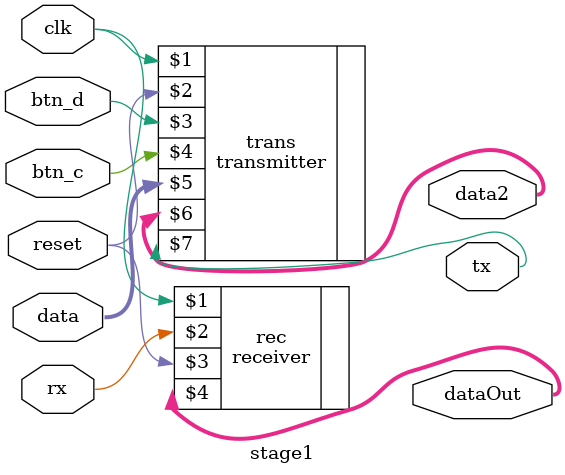
<source format=sv>
`timescale 1ns / 1ps


module stage1 #(parameter N = 8)(
    input logic clk,
    input logic reset,
    input logic rx,
    input logic btn_d,
    input logic btn_c,
    input logic [N-1:0] data,
    output logic tx,
    output logic [N-1:0] dataOut,
    output logic [N-1:0] data2
    );
    transmitter trans(clk, reset, btn_d, btn_c, data, data2, tx);
    receiver rec(clk, rx, reset, dataOut);
endmodule

</source>
